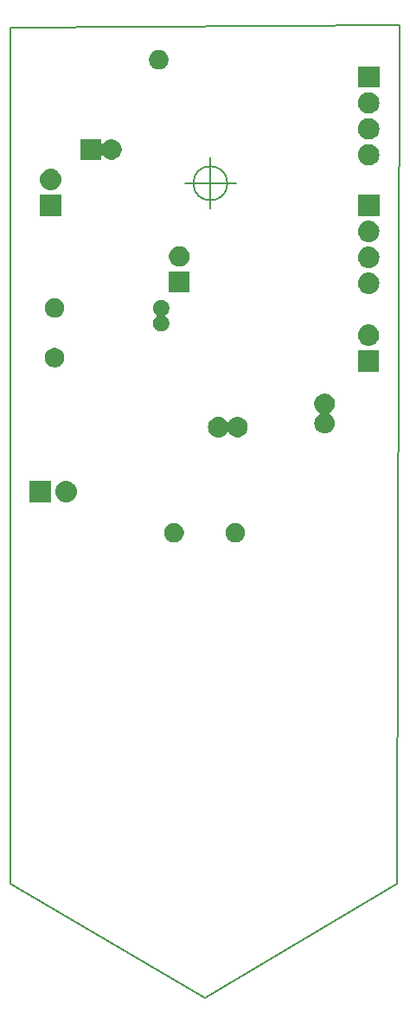
<source format=gbr>
%TF.GenerationSoftware,KiCad,Pcbnew,5.0.1-33cea8e~68~ubuntu18.04.1*%
%TF.CreationDate,2018-11-02T12:55:16-03:00*%
%TF.ProjectId,placa,706C6163612E6B696361645F70636200,rev?*%
%TF.SameCoordinates,Original*%
%TF.FileFunction,Soldermask,Bot*%
%TF.FilePolarity,Negative*%
%FSLAX46Y46*%
G04 Gerber Fmt 4.6, Leading zero omitted, Abs format (unit mm)*
G04 Created by KiCad (PCBNEW 5.0.1-33cea8e~68~ubuntu18.04.1) date sex 02 nov 2018 12:55:16 -03*
%MOMM*%
%LPD*%
G01*
G04 APERTURE LIST*
%ADD10C,0.150000*%
G04 APERTURE END LIST*
D10*
X124856666Y-42672000D02*
G75*
G03X124856666Y-42672000I-1666666J0D01*
G01*
X120690000Y-42672000D02*
X125690000Y-42672000D01*
X123190000Y-40172000D02*
X123190000Y-45172000D01*
X103632000Y-27432000D02*
X141732000Y-27178000D01*
X103632000Y-111252000D02*
X103632000Y-27432000D01*
X122682000Y-122428000D02*
X103632000Y-111252000D01*
X141478000Y-111252000D02*
X122682000Y-122428000D01*
X141478000Y-110998000D02*
X141478000Y-111252000D01*
X141732000Y-27178000D02*
X141478000Y-110998000D01*
G36*
X125911603Y-75955968D02*
X125911606Y-75955969D01*
X125911605Y-75955969D01*
X126086678Y-76028486D01*
X126086679Y-76028487D01*
X126244241Y-76133767D01*
X126378233Y-76267759D01*
X126378234Y-76267761D01*
X126483514Y-76425322D01*
X126539603Y-76560734D01*
X126556032Y-76600397D01*
X126593000Y-76786250D01*
X126593000Y-76975750D01*
X126556032Y-77161603D01*
X126556031Y-77161605D01*
X126483514Y-77336678D01*
X126483513Y-77336679D01*
X126378233Y-77494241D01*
X126244241Y-77628233D01*
X126164923Y-77681232D01*
X126086678Y-77733514D01*
X125951266Y-77789603D01*
X125911603Y-77806032D01*
X125725750Y-77843000D01*
X125536250Y-77843000D01*
X125350397Y-77806032D01*
X125310734Y-77789603D01*
X125175322Y-77733514D01*
X125097077Y-77681232D01*
X125017759Y-77628233D01*
X124883767Y-77494241D01*
X124778487Y-77336679D01*
X124778486Y-77336678D01*
X124705969Y-77161605D01*
X124705968Y-77161603D01*
X124669000Y-76975750D01*
X124669000Y-76786250D01*
X124705968Y-76600397D01*
X124722397Y-76560734D01*
X124778486Y-76425322D01*
X124883766Y-76267761D01*
X124883767Y-76267759D01*
X125017759Y-76133767D01*
X125175321Y-76028487D01*
X125175322Y-76028486D01*
X125350395Y-75955969D01*
X125350394Y-75955969D01*
X125350397Y-75955968D01*
X125536250Y-75919000D01*
X125725750Y-75919000D01*
X125911603Y-75955968D01*
X125911603Y-75955968D01*
G37*
G36*
X119911603Y-75955968D02*
X119911606Y-75955969D01*
X119911605Y-75955969D01*
X120086678Y-76028486D01*
X120086679Y-76028487D01*
X120244241Y-76133767D01*
X120378233Y-76267759D01*
X120378234Y-76267761D01*
X120483514Y-76425322D01*
X120539603Y-76560734D01*
X120556032Y-76600397D01*
X120593000Y-76786250D01*
X120593000Y-76975750D01*
X120556032Y-77161603D01*
X120556031Y-77161605D01*
X120483514Y-77336678D01*
X120483513Y-77336679D01*
X120378233Y-77494241D01*
X120244241Y-77628233D01*
X120164923Y-77681232D01*
X120086678Y-77733514D01*
X119951266Y-77789603D01*
X119911603Y-77806032D01*
X119725750Y-77843000D01*
X119536250Y-77843000D01*
X119350397Y-77806032D01*
X119310734Y-77789603D01*
X119175322Y-77733514D01*
X119097077Y-77681232D01*
X119017759Y-77628233D01*
X118883767Y-77494241D01*
X118778487Y-77336679D01*
X118778486Y-77336678D01*
X118705969Y-77161605D01*
X118705968Y-77161603D01*
X118669000Y-76975750D01*
X118669000Y-76786250D01*
X118705968Y-76600397D01*
X118722397Y-76560734D01*
X118778486Y-76425322D01*
X118883766Y-76267761D01*
X118883767Y-76267759D01*
X119017759Y-76133767D01*
X119175321Y-76028487D01*
X119175322Y-76028486D01*
X119350395Y-75955969D01*
X119350394Y-75955969D01*
X119350397Y-75955968D01*
X119536250Y-75919000D01*
X119725750Y-75919000D01*
X119911603Y-75955968D01*
X119911603Y-75955968D01*
G37*
G36*
X107577600Y-73897200D02*
X105477600Y-73897200D01*
X105477600Y-71797200D01*
X107577600Y-71797200D01*
X107577600Y-73897200D01*
X107577600Y-73897200D01*
G37*
G36*
X109196307Y-71804796D02*
X109273436Y-71812393D01*
X109405387Y-71852420D01*
X109471363Y-71872433D01*
X109653772Y-71969933D01*
X109813654Y-72101146D01*
X109944867Y-72261028D01*
X110042367Y-72443437D01*
X110042367Y-72443438D01*
X110102407Y-72641364D01*
X110122680Y-72847200D01*
X110102407Y-73053036D01*
X110062380Y-73184987D01*
X110042367Y-73250963D01*
X109944867Y-73433372D01*
X109813654Y-73593254D01*
X109653772Y-73724467D01*
X109471363Y-73821967D01*
X109405387Y-73841980D01*
X109273436Y-73882007D01*
X109196307Y-73889604D01*
X109119180Y-73897200D01*
X109016020Y-73897200D01*
X108938893Y-73889604D01*
X108861764Y-73882007D01*
X108729813Y-73841980D01*
X108663837Y-73821967D01*
X108481428Y-73724467D01*
X108321546Y-73593254D01*
X108190333Y-73433372D01*
X108092833Y-73250963D01*
X108072820Y-73184987D01*
X108032793Y-73053036D01*
X108012520Y-72847200D01*
X108032793Y-72641364D01*
X108092833Y-72443438D01*
X108092833Y-72443437D01*
X108190333Y-72261028D01*
X108321546Y-72101146D01*
X108481428Y-71969933D01*
X108663837Y-71872433D01*
X108729813Y-71852420D01*
X108861764Y-71812393D01*
X108938893Y-71804796D01*
X109016020Y-71797200D01*
X109119180Y-71797200D01*
X109196307Y-71804796D01*
X109196307Y-71804796D01*
G37*
G36*
X124148030Y-65562469D02*
X124148033Y-65562470D01*
X124148034Y-65562470D01*
X124336535Y-65619651D01*
X124336537Y-65619652D01*
X124510260Y-65712509D01*
X124662528Y-65837472D01*
X124787491Y-65989740D01*
X124793549Y-66001074D01*
X124807163Y-66021449D01*
X124824490Y-66038776D01*
X124844864Y-66052390D01*
X124867503Y-66061768D01*
X124891536Y-66066549D01*
X124916041Y-66066549D01*
X124940074Y-66061769D01*
X124962713Y-66052392D01*
X124983088Y-66038778D01*
X125000415Y-66021451D01*
X125007704Y-66011625D01*
X125075249Y-65910537D01*
X125214537Y-65771249D01*
X125378322Y-65661811D01*
X125560311Y-65586429D01*
X125676230Y-65563372D01*
X125753507Y-65548000D01*
X125950493Y-65548000D01*
X126027770Y-65563372D01*
X126143689Y-65586429D01*
X126325678Y-65661811D01*
X126489463Y-65771249D01*
X126628751Y-65910537D01*
X126738189Y-66074322D01*
X126813571Y-66256311D01*
X126852000Y-66449509D01*
X126852000Y-66646491D01*
X126813571Y-66839689D01*
X126738189Y-67021678D01*
X126628751Y-67185463D01*
X126489463Y-67324751D01*
X126325678Y-67434189D01*
X126143689Y-67509571D01*
X126027770Y-67532628D01*
X125950493Y-67548000D01*
X125753507Y-67548000D01*
X125676230Y-67532628D01*
X125560311Y-67509571D01*
X125378322Y-67434189D01*
X125214537Y-67324751D01*
X125075249Y-67185463D01*
X125007713Y-67084389D01*
X124992178Y-67065460D01*
X124973236Y-67049915D01*
X124951625Y-67038364D01*
X124928176Y-67031251D01*
X124903790Y-67028849D01*
X124879403Y-67031251D01*
X124855954Y-67038364D01*
X124834343Y-67049915D01*
X124815401Y-67065461D01*
X124799856Y-67084403D01*
X124793549Y-67094926D01*
X124787491Y-67106260D01*
X124662528Y-67258528D01*
X124510260Y-67383491D01*
X124510258Y-67383492D01*
X124336535Y-67476349D01*
X124148034Y-67533530D01*
X124148033Y-67533530D01*
X124148030Y-67533531D01*
X124001124Y-67548000D01*
X123902876Y-67548000D01*
X123755970Y-67533531D01*
X123755967Y-67533530D01*
X123755966Y-67533530D01*
X123567465Y-67476349D01*
X123393742Y-67383492D01*
X123393740Y-67383491D01*
X123241472Y-67258528D01*
X123116509Y-67106260D01*
X123023652Y-66932537D01*
X122966469Y-66744030D01*
X122947162Y-66548000D01*
X122966469Y-66351970D01*
X123023652Y-66163463D01*
X123116509Y-65989740D01*
X123241472Y-65837472D01*
X123393740Y-65712509D01*
X123567463Y-65619652D01*
X123567465Y-65619651D01*
X123755966Y-65562470D01*
X123755967Y-65562470D01*
X123755970Y-65562469D01*
X123902876Y-65548000D01*
X124001124Y-65548000D01*
X124148030Y-65562469D01*
X124148030Y-65562469D01*
G37*
G36*
X134541770Y-63277372D02*
X134657689Y-63300429D01*
X134839678Y-63375811D01*
X135003463Y-63485249D01*
X135142751Y-63624537D01*
X135252189Y-63788322D01*
X135327571Y-63970311D01*
X135366000Y-64163509D01*
X135366000Y-64360491D01*
X135327571Y-64553689D01*
X135252189Y-64735678D01*
X135142751Y-64899463D01*
X135003463Y-65038751D01*
X134902389Y-65106287D01*
X134883460Y-65121822D01*
X134867915Y-65140764D01*
X134856364Y-65162375D01*
X134849251Y-65185824D01*
X134846849Y-65210210D01*
X134849251Y-65234597D01*
X134856364Y-65258046D01*
X134867915Y-65279657D01*
X134883461Y-65298599D01*
X134902403Y-65314144D01*
X134912926Y-65320451D01*
X134924260Y-65326509D01*
X135076528Y-65451472D01*
X135201491Y-65603740D01*
X135294348Y-65777463D01*
X135351531Y-65965970D01*
X135370838Y-66162000D01*
X135351531Y-66358030D01*
X135294348Y-66546537D01*
X135201491Y-66720260D01*
X135076528Y-66872528D01*
X134924260Y-66997491D01*
X134847792Y-67038364D01*
X134750535Y-67090349D01*
X134562034Y-67147530D01*
X134562033Y-67147530D01*
X134562030Y-67147531D01*
X134415124Y-67162000D01*
X134316876Y-67162000D01*
X134169970Y-67147531D01*
X134169967Y-67147530D01*
X134169966Y-67147530D01*
X133981465Y-67090349D01*
X133884208Y-67038364D01*
X133807740Y-66997491D01*
X133655472Y-66872528D01*
X133530509Y-66720260D01*
X133437652Y-66546537D01*
X133380469Y-66358030D01*
X133361162Y-66162000D01*
X133380469Y-65965970D01*
X133437652Y-65777463D01*
X133530509Y-65603740D01*
X133655472Y-65451472D01*
X133807740Y-65326509D01*
X133819074Y-65320451D01*
X133839449Y-65306837D01*
X133856776Y-65289510D01*
X133870390Y-65269136D01*
X133879768Y-65246497D01*
X133884549Y-65222464D01*
X133884549Y-65197959D01*
X133879769Y-65173926D01*
X133870392Y-65151287D01*
X133856778Y-65130912D01*
X133839451Y-65113585D01*
X133829625Y-65106296D01*
X133728537Y-65038751D01*
X133589249Y-64899463D01*
X133479811Y-64735678D01*
X133404429Y-64553689D01*
X133366000Y-64360491D01*
X133366000Y-64163509D01*
X133404429Y-63970311D01*
X133479811Y-63788322D01*
X133589249Y-63624537D01*
X133728537Y-63485249D01*
X133892322Y-63375811D01*
X134074311Y-63300429D01*
X134190230Y-63277372D01*
X134267507Y-63262000D01*
X134464493Y-63262000D01*
X134541770Y-63277372D01*
X134541770Y-63277372D01*
G37*
G36*
X139721300Y-61121000D02*
X137621300Y-61121000D01*
X137621300Y-59021000D01*
X139721300Y-59021000D01*
X139721300Y-61121000D01*
X139721300Y-61121000D01*
G37*
G36*
X108089451Y-58803127D02*
X108227105Y-58830508D01*
X108399994Y-58902121D01*
X108555590Y-59006087D01*
X108687913Y-59138410D01*
X108791879Y-59294006D01*
X108863492Y-59466895D01*
X108900000Y-59650433D01*
X108900000Y-59837567D01*
X108863492Y-60021105D01*
X108791879Y-60193994D01*
X108687913Y-60349590D01*
X108555590Y-60481913D01*
X108399994Y-60585879D01*
X108227105Y-60657492D01*
X108089451Y-60684873D01*
X108043568Y-60694000D01*
X107856432Y-60694000D01*
X107810549Y-60684873D01*
X107672895Y-60657492D01*
X107500006Y-60585879D01*
X107344410Y-60481913D01*
X107212087Y-60349590D01*
X107108121Y-60193994D01*
X107036508Y-60021105D01*
X107000000Y-59837567D01*
X107000000Y-59650433D01*
X107036508Y-59466895D01*
X107108121Y-59294006D01*
X107212087Y-59138410D01*
X107344410Y-59006087D01*
X107500006Y-58902121D01*
X107672895Y-58830508D01*
X107810549Y-58803127D01*
X107856432Y-58794000D01*
X108043568Y-58794000D01*
X108089451Y-58803127D01*
X108089451Y-58803127D01*
G37*
G36*
X138800007Y-56488596D02*
X138877136Y-56496193D01*
X139009087Y-56536220D01*
X139075063Y-56556233D01*
X139257472Y-56653733D01*
X139417354Y-56784946D01*
X139548567Y-56944828D01*
X139646067Y-57127237D01*
X139646067Y-57127238D01*
X139706107Y-57325164D01*
X139726380Y-57531000D01*
X139706107Y-57736836D01*
X139666080Y-57868787D01*
X139646067Y-57934763D01*
X139548567Y-58117172D01*
X139417354Y-58277054D01*
X139257472Y-58408267D01*
X139075063Y-58505767D01*
X139009087Y-58525780D01*
X138877136Y-58565807D01*
X138800007Y-58573403D01*
X138722880Y-58581000D01*
X138619720Y-58581000D01*
X138542593Y-58573403D01*
X138465464Y-58565807D01*
X138333513Y-58525780D01*
X138267537Y-58505767D01*
X138085128Y-58408267D01*
X137925246Y-58277054D01*
X137794033Y-58117172D01*
X137696533Y-57934763D01*
X137676520Y-57868787D01*
X137636493Y-57736836D01*
X137616220Y-57531000D01*
X137636493Y-57325164D01*
X137696533Y-57127238D01*
X137696533Y-57127237D01*
X137794033Y-56944828D01*
X137925246Y-56784946D01*
X138085128Y-56653733D01*
X138267537Y-56556233D01*
X138333513Y-56536220D01*
X138465464Y-56496193D01*
X138542593Y-56488596D01*
X138619720Y-56481000D01*
X138722880Y-56481000D01*
X138800007Y-56488596D01*
X138800007Y-56488596D01*
G37*
G36*
X118597352Y-54118743D02*
X118742941Y-54179048D01*
X118873973Y-54266601D01*
X118985399Y-54378027D01*
X119072952Y-54509059D01*
X119133257Y-54654648D01*
X119164000Y-54809205D01*
X119164000Y-54966795D01*
X119133257Y-55121352D01*
X119072952Y-55266941D01*
X118985399Y-55397973D01*
X118873971Y-55509401D01*
X118837056Y-55534067D01*
X118818114Y-55549612D01*
X118802569Y-55568554D01*
X118791018Y-55590165D01*
X118783905Y-55613614D01*
X118781503Y-55638001D01*
X118783905Y-55662387D01*
X118791018Y-55685836D01*
X118802570Y-55707447D01*
X118818115Y-55726389D01*
X118837056Y-55741933D01*
X118873971Y-55766599D01*
X118985399Y-55878027D01*
X119072952Y-56009059D01*
X119133257Y-56154648D01*
X119164000Y-56309205D01*
X119164000Y-56466795D01*
X119133257Y-56621352D01*
X119072952Y-56766941D01*
X118985399Y-56897973D01*
X118873973Y-57009399D01*
X118742941Y-57096952D01*
X118597352Y-57157257D01*
X118442795Y-57188000D01*
X118285205Y-57188000D01*
X118130648Y-57157257D01*
X117985059Y-57096952D01*
X117854027Y-57009399D01*
X117742601Y-56897973D01*
X117655048Y-56766941D01*
X117594743Y-56621352D01*
X117564000Y-56466795D01*
X117564000Y-56309205D01*
X117594743Y-56154648D01*
X117655048Y-56009059D01*
X117742601Y-55878027D01*
X117854029Y-55766599D01*
X117890944Y-55741933D01*
X117909886Y-55726388D01*
X117925431Y-55707446D01*
X117936982Y-55685835D01*
X117944095Y-55662386D01*
X117946497Y-55637999D01*
X117944095Y-55613613D01*
X117936982Y-55590164D01*
X117925430Y-55568553D01*
X117909885Y-55549611D01*
X117890944Y-55534067D01*
X117854029Y-55509401D01*
X117742601Y-55397973D01*
X117655048Y-55266941D01*
X117594743Y-55121352D01*
X117564000Y-54966795D01*
X117564000Y-54809205D01*
X117594743Y-54654648D01*
X117655048Y-54509059D01*
X117742601Y-54378027D01*
X117854027Y-54266601D01*
X117985059Y-54179048D01*
X118130648Y-54118743D01*
X118285205Y-54088000D01*
X118442795Y-54088000D01*
X118597352Y-54118743D01*
X118597352Y-54118743D01*
G37*
G36*
X108089452Y-53923127D02*
X108227105Y-53950508D01*
X108399994Y-54022121D01*
X108555590Y-54126087D01*
X108687913Y-54258410D01*
X108791879Y-54414006D01*
X108863492Y-54586895D01*
X108876969Y-54654648D01*
X108900000Y-54770432D01*
X108900000Y-54957568D01*
X108890873Y-55003452D01*
X108863492Y-55141105D01*
X108791879Y-55313994D01*
X108687913Y-55469590D01*
X108555590Y-55601913D01*
X108399994Y-55705879D01*
X108227105Y-55777492D01*
X108089451Y-55804873D01*
X108043568Y-55814000D01*
X107856432Y-55814000D01*
X107810549Y-55804873D01*
X107672895Y-55777492D01*
X107500006Y-55705879D01*
X107344410Y-55601913D01*
X107212087Y-55469590D01*
X107108121Y-55313994D01*
X107036508Y-55141105D01*
X107009127Y-55003452D01*
X107000000Y-54957568D01*
X107000000Y-54770432D01*
X107023031Y-54654648D01*
X107036508Y-54586895D01*
X107108121Y-54414006D01*
X107212087Y-54258410D01*
X107344410Y-54126087D01*
X107500006Y-54022121D01*
X107672895Y-53950508D01*
X107810548Y-53923127D01*
X107856432Y-53914000D01*
X108043568Y-53914000D01*
X108089452Y-53923127D01*
X108089452Y-53923127D01*
G37*
G36*
X138812707Y-51408597D02*
X138889836Y-51416193D01*
X139021787Y-51456220D01*
X139087763Y-51476233D01*
X139270172Y-51573733D01*
X139430054Y-51704946D01*
X139561267Y-51864828D01*
X139658767Y-52047237D01*
X139658767Y-52047238D01*
X139718807Y-52245164D01*
X139739080Y-52451000D01*
X139718807Y-52656836D01*
X139678780Y-52788787D01*
X139658767Y-52854763D01*
X139561267Y-53037172D01*
X139430054Y-53197054D01*
X139270172Y-53328267D01*
X139087763Y-53425767D01*
X139021787Y-53445780D01*
X138889836Y-53485807D01*
X138812707Y-53493403D01*
X138735580Y-53501000D01*
X138632420Y-53501000D01*
X138555293Y-53493403D01*
X138478164Y-53485807D01*
X138346213Y-53445780D01*
X138280237Y-53425767D01*
X138097828Y-53328267D01*
X137937946Y-53197054D01*
X137806733Y-53037172D01*
X137709233Y-52854763D01*
X137689220Y-52788787D01*
X137649193Y-52656836D01*
X137628920Y-52451000D01*
X137649193Y-52245164D01*
X137709233Y-52047238D01*
X137709233Y-52047237D01*
X137806733Y-51864828D01*
X137937946Y-51704946D01*
X138097828Y-51573733D01*
X138280237Y-51476233D01*
X138346213Y-51456220D01*
X138478164Y-51416193D01*
X138555293Y-51408596D01*
X138632420Y-51401000D01*
X138735580Y-51401000D01*
X138812707Y-51408597D01*
X138812707Y-51408597D01*
G37*
G36*
X121142000Y-53324000D02*
X119142000Y-53324000D01*
X119142000Y-51324000D01*
X121142000Y-51324000D01*
X121142000Y-53324000D01*
X121142000Y-53324000D01*
G37*
G36*
X138812707Y-48868597D02*
X138889836Y-48876193D01*
X139021787Y-48916220D01*
X139087763Y-48936233D01*
X139270172Y-49033733D01*
X139430054Y-49164946D01*
X139561267Y-49324828D01*
X139658767Y-49507237D01*
X139658767Y-49507238D01*
X139718807Y-49705164D01*
X139739080Y-49911000D01*
X139718807Y-50116836D01*
X139678780Y-50248787D01*
X139658767Y-50314763D01*
X139561267Y-50497172D01*
X139430054Y-50657054D01*
X139270172Y-50788267D01*
X139087763Y-50885767D01*
X139021787Y-50905780D01*
X138889836Y-50945807D01*
X138812707Y-50953404D01*
X138735580Y-50961000D01*
X138632420Y-50961000D01*
X138555293Y-50953404D01*
X138478164Y-50945807D01*
X138346213Y-50905780D01*
X138280237Y-50885767D01*
X138097828Y-50788267D01*
X137937946Y-50657054D01*
X137806733Y-50497172D01*
X137709233Y-50314763D01*
X137689220Y-50248787D01*
X137649193Y-50116836D01*
X137628920Y-49911000D01*
X137649193Y-49705164D01*
X137709233Y-49507238D01*
X137709233Y-49507237D01*
X137806733Y-49324828D01*
X137937946Y-49164946D01*
X138097828Y-49033733D01*
X138280237Y-48936233D01*
X138346213Y-48916220D01*
X138478164Y-48876193D01*
X138555293Y-48868597D01*
X138632420Y-48861000D01*
X138735580Y-48861000D01*
X138812707Y-48868597D01*
X138812707Y-48868597D01*
G37*
G36*
X120317770Y-48839372D02*
X120433689Y-48862429D01*
X120615678Y-48937811D01*
X120779463Y-49047249D01*
X120918751Y-49186537D01*
X121028189Y-49350322D01*
X121103571Y-49532311D01*
X121142000Y-49725509D01*
X121142000Y-49922491D01*
X121103571Y-50115689D01*
X121028189Y-50297678D01*
X120918751Y-50461463D01*
X120779463Y-50600751D01*
X120615678Y-50710189D01*
X120433689Y-50785571D01*
X120317770Y-50808628D01*
X120240493Y-50824000D01*
X120043507Y-50824000D01*
X119966230Y-50808628D01*
X119850311Y-50785571D01*
X119668322Y-50710189D01*
X119504537Y-50600751D01*
X119365249Y-50461463D01*
X119255811Y-50297678D01*
X119180429Y-50115689D01*
X119142000Y-49922491D01*
X119142000Y-49725509D01*
X119180429Y-49532311D01*
X119255811Y-49350322D01*
X119365249Y-49186537D01*
X119504537Y-49047249D01*
X119668322Y-48937811D01*
X119850311Y-48862429D01*
X119966230Y-48839372D01*
X120043507Y-48824000D01*
X120240493Y-48824000D01*
X120317770Y-48839372D01*
X120317770Y-48839372D01*
G37*
G36*
X138812707Y-46328597D02*
X138889836Y-46336193D01*
X139021787Y-46376220D01*
X139087763Y-46396233D01*
X139270172Y-46493733D01*
X139430054Y-46624946D01*
X139561267Y-46784828D01*
X139658767Y-46967237D01*
X139658767Y-46967238D01*
X139718807Y-47165164D01*
X139739080Y-47371000D01*
X139718807Y-47576836D01*
X139678780Y-47708787D01*
X139658767Y-47774763D01*
X139561267Y-47957172D01*
X139430054Y-48117054D01*
X139270172Y-48248267D01*
X139087763Y-48345767D01*
X139021787Y-48365780D01*
X138889836Y-48405807D01*
X138812707Y-48413403D01*
X138735580Y-48421000D01*
X138632420Y-48421000D01*
X138555293Y-48413404D01*
X138478164Y-48405807D01*
X138346213Y-48365780D01*
X138280237Y-48345767D01*
X138097828Y-48248267D01*
X137937946Y-48117054D01*
X137806733Y-47957172D01*
X137709233Y-47774763D01*
X137689220Y-47708787D01*
X137649193Y-47576836D01*
X137628920Y-47371000D01*
X137649193Y-47165164D01*
X137709233Y-46967238D01*
X137709233Y-46967237D01*
X137806733Y-46784828D01*
X137937946Y-46624946D01*
X138097828Y-46493733D01*
X138280237Y-46396233D01*
X138346213Y-46376220D01*
X138478164Y-46336193D01*
X138555293Y-46328597D01*
X138632420Y-46321000D01*
X138735580Y-46321000D01*
X138812707Y-46328597D01*
X138812707Y-46328597D01*
G37*
G36*
X139734000Y-45881000D02*
X137634000Y-45881000D01*
X137634000Y-43781000D01*
X139734000Y-43781000D01*
X139734000Y-45881000D01*
X139734000Y-45881000D01*
G37*
G36*
X108619000Y-45881000D02*
X106519000Y-45881000D01*
X106519000Y-43781000D01*
X108619000Y-43781000D01*
X108619000Y-45881000D01*
X108619000Y-45881000D01*
G37*
G36*
X107697707Y-41248597D02*
X107774836Y-41256193D01*
X107906787Y-41296220D01*
X107972763Y-41316233D01*
X108155172Y-41413733D01*
X108315054Y-41544946D01*
X108446267Y-41704828D01*
X108543767Y-41887237D01*
X108543767Y-41887238D01*
X108603807Y-42085164D01*
X108624080Y-42291000D01*
X108603807Y-42496836D01*
X108563780Y-42628787D01*
X108543767Y-42694763D01*
X108446267Y-42877172D01*
X108315054Y-43037054D01*
X108155172Y-43168267D01*
X107972763Y-43265767D01*
X107906787Y-43285780D01*
X107774836Y-43325807D01*
X107697707Y-43333404D01*
X107620580Y-43341000D01*
X107517420Y-43341000D01*
X107440293Y-43333404D01*
X107363164Y-43325807D01*
X107231213Y-43285780D01*
X107165237Y-43265767D01*
X106982828Y-43168267D01*
X106822946Y-43037054D01*
X106691733Y-42877172D01*
X106594233Y-42694763D01*
X106574220Y-42628787D01*
X106534193Y-42496836D01*
X106513920Y-42291000D01*
X106534193Y-42085164D01*
X106594233Y-41887238D01*
X106594233Y-41887237D01*
X106691733Y-41704828D01*
X106822946Y-41544946D01*
X106982828Y-41413733D01*
X107165237Y-41316233D01*
X107231213Y-41296220D01*
X107363164Y-41256193D01*
X107440293Y-41248597D01*
X107517420Y-41241000D01*
X107620580Y-41241000D01*
X107697707Y-41248597D01*
X107697707Y-41248597D01*
G37*
G36*
X138812707Y-38835596D02*
X138889836Y-38843193D01*
X139021787Y-38883220D01*
X139087763Y-38903233D01*
X139270172Y-39000733D01*
X139430054Y-39131946D01*
X139561267Y-39291828D01*
X139658767Y-39474237D01*
X139658767Y-39474238D01*
X139718807Y-39672164D01*
X139739080Y-39878000D01*
X139718807Y-40083836D01*
X139699723Y-40146747D01*
X139658767Y-40281763D01*
X139561267Y-40464172D01*
X139430054Y-40624054D01*
X139270172Y-40755267D01*
X139087763Y-40852767D01*
X139021787Y-40872780D01*
X138889836Y-40912807D01*
X138812707Y-40920404D01*
X138735580Y-40928000D01*
X138632420Y-40928000D01*
X138555293Y-40920404D01*
X138478164Y-40912807D01*
X138346213Y-40872780D01*
X138280237Y-40852767D01*
X138097828Y-40755267D01*
X137937946Y-40624054D01*
X137806733Y-40464172D01*
X137709233Y-40281763D01*
X137668277Y-40146747D01*
X137649193Y-40083836D01*
X137628920Y-39878000D01*
X137649193Y-39672164D01*
X137709233Y-39474238D01*
X137709233Y-39474237D01*
X137806733Y-39291828D01*
X137937946Y-39131946D01*
X138097828Y-39000733D01*
X138280237Y-38903233D01*
X138346213Y-38883220D01*
X138478164Y-38843193D01*
X138555293Y-38835596D01*
X138632420Y-38828000D01*
X138735580Y-38828000D01*
X138812707Y-38835596D01*
X138812707Y-38835596D01*
G37*
G36*
X112506000Y-38654585D02*
X112508402Y-38678971D01*
X112515515Y-38702420D01*
X112527066Y-38724031D01*
X112542612Y-38742973D01*
X112561554Y-38758519D01*
X112583165Y-38770070D01*
X112606614Y-38777183D01*
X112631000Y-38779585D01*
X112655386Y-38777183D01*
X112678835Y-38770070D01*
X112700446Y-38758519D01*
X112719388Y-38742973D01*
X112722015Y-38739772D01*
X112729247Y-38732540D01*
X112729249Y-38732537D01*
X112868537Y-38593249D01*
X113032322Y-38483811D01*
X113214311Y-38408429D01*
X113330230Y-38385372D01*
X113407507Y-38370000D01*
X113604493Y-38370000D01*
X113681770Y-38385372D01*
X113797689Y-38408429D01*
X113979678Y-38483811D01*
X114143463Y-38593249D01*
X114282751Y-38732537D01*
X114392189Y-38896322D01*
X114467571Y-39078311D01*
X114506000Y-39271509D01*
X114506000Y-39468491D01*
X114467571Y-39661689D01*
X114392189Y-39843678D01*
X114282751Y-40007463D01*
X114143463Y-40146751D01*
X113979678Y-40256189D01*
X113797689Y-40331571D01*
X113681770Y-40354628D01*
X113604493Y-40370000D01*
X113407507Y-40370000D01*
X113330230Y-40354628D01*
X113214311Y-40331571D01*
X113032322Y-40256189D01*
X112868537Y-40146751D01*
X112729249Y-40007463D01*
X112729247Y-40007460D01*
X112722018Y-40000231D01*
X112719387Y-39997025D01*
X112700444Y-39981480D01*
X112678833Y-39969929D01*
X112655384Y-39962816D01*
X112630997Y-39960415D01*
X112606611Y-39962817D01*
X112583162Y-39969931D01*
X112561552Y-39981483D01*
X112542610Y-39997028D01*
X112527065Y-40015971D01*
X112515514Y-40037582D01*
X112508401Y-40061031D01*
X112506000Y-40085415D01*
X112506000Y-40370000D01*
X110506000Y-40370000D01*
X110506000Y-38370000D01*
X112506000Y-38370000D01*
X112506000Y-38654585D01*
X112506000Y-38654585D01*
G37*
G36*
X138812707Y-36295596D02*
X138889836Y-36303193D01*
X139021787Y-36343220D01*
X139087763Y-36363233D01*
X139270172Y-36460733D01*
X139430054Y-36591946D01*
X139561267Y-36751828D01*
X139658767Y-36934237D01*
X139658767Y-36934238D01*
X139718807Y-37132164D01*
X139739080Y-37338000D01*
X139718807Y-37543836D01*
X139678780Y-37675787D01*
X139658767Y-37741763D01*
X139561267Y-37924172D01*
X139430054Y-38084054D01*
X139270172Y-38215267D01*
X139087763Y-38312767D01*
X139021787Y-38332780D01*
X138889836Y-38372807D01*
X138812707Y-38380403D01*
X138735580Y-38388000D01*
X138632420Y-38388000D01*
X138555293Y-38380403D01*
X138478164Y-38372807D01*
X138346213Y-38332780D01*
X138280237Y-38312767D01*
X138097828Y-38215267D01*
X137937946Y-38084054D01*
X137806733Y-37924172D01*
X137709233Y-37741763D01*
X137689220Y-37675787D01*
X137649193Y-37543836D01*
X137628920Y-37338000D01*
X137649193Y-37132164D01*
X137709233Y-36934238D01*
X137709233Y-36934237D01*
X137806733Y-36751828D01*
X137937946Y-36591946D01*
X138097828Y-36460733D01*
X138280237Y-36363233D01*
X138346213Y-36343220D01*
X138478164Y-36303193D01*
X138555293Y-36295596D01*
X138632420Y-36288000D01*
X138735580Y-36288000D01*
X138812707Y-36295596D01*
X138812707Y-36295596D01*
G37*
G36*
X138812707Y-33755596D02*
X138889836Y-33763193D01*
X139021787Y-33803220D01*
X139087763Y-33823233D01*
X139270172Y-33920733D01*
X139430054Y-34051946D01*
X139561267Y-34211828D01*
X139658767Y-34394237D01*
X139658767Y-34394238D01*
X139718807Y-34592164D01*
X139739080Y-34798000D01*
X139718807Y-35003836D01*
X139678780Y-35135787D01*
X139658767Y-35201763D01*
X139561267Y-35384172D01*
X139430054Y-35544054D01*
X139270172Y-35675267D01*
X139087763Y-35772767D01*
X139021787Y-35792780D01*
X138889836Y-35832807D01*
X138812707Y-35840403D01*
X138735580Y-35848000D01*
X138632420Y-35848000D01*
X138555293Y-35840403D01*
X138478164Y-35832807D01*
X138346213Y-35792780D01*
X138280237Y-35772767D01*
X138097828Y-35675267D01*
X137937946Y-35544054D01*
X137806733Y-35384172D01*
X137709233Y-35201763D01*
X137689220Y-35135787D01*
X137649193Y-35003836D01*
X137628920Y-34798000D01*
X137649193Y-34592164D01*
X137709233Y-34394238D01*
X137709233Y-34394237D01*
X137806733Y-34211828D01*
X137937946Y-34051946D01*
X138097828Y-33920733D01*
X138280237Y-33823233D01*
X138346213Y-33803220D01*
X138478164Y-33763193D01*
X138555293Y-33755596D01*
X138632420Y-33748000D01*
X138735580Y-33748000D01*
X138812707Y-33755596D01*
X138812707Y-33755596D01*
G37*
G36*
X139734000Y-33308000D02*
X137634000Y-33308000D01*
X137634000Y-31208000D01*
X139734000Y-31208000D01*
X139734000Y-33308000D01*
X139734000Y-33308000D01*
G37*
G36*
X118416003Y-29656568D02*
X118416006Y-29656569D01*
X118416005Y-29656569D01*
X118591078Y-29729086D01*
X118591079Y-29729087D01*
X118748641Y-29834367D01*
X118882633Y-29968359D01*
X118882634Y-29968361D01*
X118987914Y-30125922D01*
X119044003Y-30261334D01*
X119060432Y-30300997D01*
X119097400Y-30486850D01*
X119097400Y-30676350D01*
X119060432Y-30862203D01*
X119060431Y-30862205D01*
X118987914Y-31037278D01*
X118987913Y-31037279D01*
X118882633Y-31194841D01*
X118748641Y-31328833D01*
X118669323Y-31381832D01*
X118591078Y-31434114D01*
X118455666Y-31490203D01*
X118416003Y-31506632D01*
X118230150Y-31543600D01*
X118040650Y-31543600D01*
X117854797Y-31506632D01*
X117815134Y-31490203D01*
X117679722Y-31434114D01*
X117601477Y-31381832D01*
X117522159Y-31328833D01*
X117388167Y-31194841D01*
X117282887Y-31037279D01*
X117282886Y-31037278D01*
X117210369Y-30862205D01*
X117210368Y-30862203D01*
X117173400Y-30676350D01*
X117173400Y-30486850D01*
X117210368Y-30300997D01*
X117226797Y-30261334D01*
X117282886Y-30125922D01*
X117388166Y-29968361D01*
X117388167Y-29968359D01*
X117522159Y-29834367D01*
X117679721Y-29729087D01*
X117679722Y-29729086D01*
X117854795Y-29656569D01*
X117854794Y-29656569D01*
X117854797Y-29656568D01*
X118040650Y-29619600D01*
X118230150Y-29619600D01*
X118416003Y-29656568D01*
X118416003Y-29656568D01*
G37*
M02*

</source>
